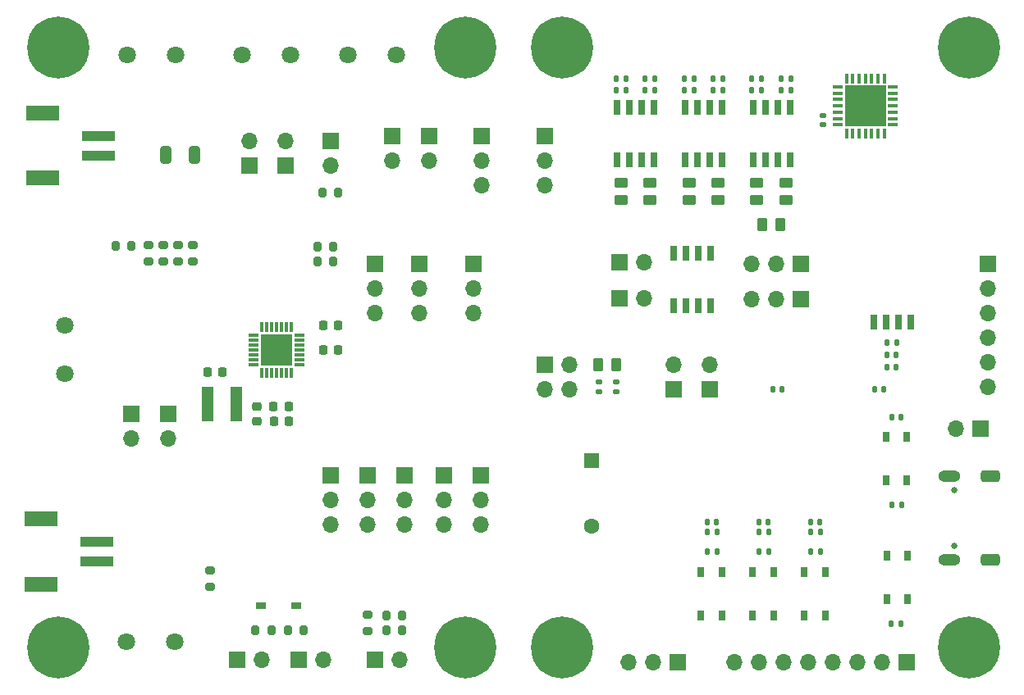
<source format=gts>
%TF.GenerationSoftware,KiCad,Pcbnew,7.0.10*%
%TF.CreationDate,2024-05-16T19:43:26+02:00*%
%TF.ProjectId,SolarEnergyManager_v1.0,536f6c61-7245-46e6-9572-67794d616e61,rev?*%
%TF.SameCoordinates,Original*%
%TF.FileFunction,Soldermask,Top*%
%TF.FilePolarity,Negative*%
%FSLAX46Y46*%
G04 Gerber Fmt 4.6, Leading zero omitted, Abs format (unit mm)*
G04 Created by KiCad (PCBNEW 7.0.10) date 2024-05-16 19:43:26*
%MOMM*%
%LPD*%
G01*
G04 APERTURE LIST*
G04 Aperture macros list*
%AMRoundRect*
0 Rectangle with rounded corners*
0 $1 Rounding radius*
0 $2 $3 $4 $5 $6 $7 $8 $9 X,Y pos of 4 corners*
0 Add a 4 corners polygon primitive as box body*
4,1,4,$2,$3,$4,$5,$6,$7,$8,$9,$2,$3,0*
0 Add four circle primitives for the rounded corners*
1,1,$1+$1,$2,$3*
1,1,$1+$1,$4,$5*
1,1,$1+$1,$6,$7*
1,1,$1+$1,$8,$9*
0 Add four rect primitives between the rounded corners*
20,1,$1+$1,$2,$3,$4,$5,0*
20,1,$1+$1,$4,$5,$6,$7,0*
20,1,$1+$1,$6,$7,$8,$9,0*
20,1,$1+$1,$8,$9,$2,$3,0*%
G04 Aperture macros list end*
%ADD10C,6.400000*%
%ADD11RoundRect,0.250000X0.262500X0.450000X-0.262500X0.450000X-0.262500X-0.450000X0.262500X-0.450000X0*%
%ADD12R,1.700000X1.700000*%
%ADD13O,1.700000X1.700000*%
%ADD14RoundRect,0.225000X-0.225000X-0.250000X0.225000X-0.250000X0.225000X0.250000X-0.225000X0.250000X0*%
%ADD15RoundRect,0.135000X-0.135000X-0.185000X0.135000X-0.185000X0.135000X0.185000X-0.135000X0.185000X0*%
%ADD16RoundRect,0.147500X-0.147500X-0.172500X0.147500X-0.172500X0.147500X0.172500X-0.147500X0.172500X0*%
%ADD17RoundRect,0.250000X-0.450000X0.262500X-0.450000X-0.262500X0.450000X-0.262500X0.450000X0.262500X0*%
%ADD18RoundRect,0.200000X0.200000X0.275000X-0.200000X0.275000X-0.200000X-0.275000X0.200000X-0.275000X0*%
%ADD19RoundRect,0.200000X0.275000X-0.200000X0.275000X0.200000X-0.275000X0.200000X-0.275000X-0.200000X0*%
%ADD20R,0.700000X1.525000*%
%ADD21RoundRect,0.200000X-0.200000X-0.275000X0.200000X-0.275000X0.200000X0.275000X-0.200000X0.275000X0*%
%ADD22RoundRect,0.250000X-0.262500X-0.450000X0.262500X-0.450000X0.262500X0.450000X-0.262500X0.450000X0*%
%ADD23RoundRect,0.147500X0.147500X0.172500X-0.147500X0.172500X-0.147500X-0.172500X0.147500X-0.172500X0*%
%ADD24RoundRect,0.135000X0.135000X0.185000X-0.135000X0.185000X-0.135000X-0.185000X0.135000X-0.185000X0*%
%ADD25RoundRect,0.218750X-0.218750X-0.256250X0.218750X-0.256250X0.218750X0.256250X-0.218750X0.256250X0*%
%ADD26R,1.050000X0.350000*%
%ADD27R,0.350000X1.050000*%
%ADD28R,4.200000X4.200000*%
%ADD29RoundRect,0.140000X-0.140000X-0.170000X0.140000X-0.170000X0.140000X0.170000X-0.140000X0.170000X0*%
%ADD30R,0.750000X1.000000*%
%ADD31R,0.300000X1.000000*%
%ADD32R,1.000000X0.300000*%
%ADD33R,3.250000X3.250000*%
%ADD34R,1.600000X1.600000*%
%ADD35C,1.600000*%
%ADD36RoundRect,0.225000X0.225000X0.250000X-0.225000X0.250000X-0.225000X-0.250000X0.225000X-0.250000X0*%
%ADD37RoundRect,0.250000X-0.325000X-0.650000X0.325000X-0.650000X0.325000X0.650000X-0.325000X0.650000X0*%
%ADD38R,0.700000X1.600000*%
%ADD39RoundRect,0.140000X0.140000X0.170000X-0.140000X0.170000X-0.140000X-0.170000X0.140000X-0.170000X0*%
%ADD40R,3.505200X0.990600*%
%ADD41R,3.403600X1.498600*%
%ADD42RoundRect,0.140000X-0.170000X0.140000X-0.170000X-0.140000X0.170000X-0.140000X0.170000X0.140000X0*%
%ADD43R,1.150000X3.600000*%
%ADD44RoundRect,0.135000X-0.185000X0.135000X-0.185000X-0.135000X0.185000X-0.135000X0.185000X0.135000X0*%
%ADD45C,1.803400*%
%ADD46R,1.050000X0.750000*%
%ADD47RoundRect,0.135000X0.185000X-0.135000X0.185000X0.135000X-0.185000X0.135000X-0.185000X-0.135000X0*%
%ADD48RoundRect,0.225000X-0.250000X0.225000X-0.250000X-0.225000X0.250000X-0.225000X0.250000X0.225000X0*%
%ADD49C,0.650000*%
%ADD50O,2.304000X1.204000*%
%ADD51RoundRect,0.301000X-0.701000X0.301000X-0.701000X-0.301000X0.701000X-0.301000X0.701000X0.301000X0*%
G04 APERTURE END LIST*
D10*
%TO.C,Ha1*%
X91000000Y-80000000D03*
%TD*%
D11*
%TO.C,RLS6*%
X165504500Y-98298000D03*
X163679500Y-98298000D03*
%TD*%
D12*
%TO.C,P_CFG1*%
X122936000Y-124221000D03*
D13*
X122936000Y-126761000D03*
X122936000Y-129301000D03*
%TD*%
D14*
%TO.C,CHV1*%
X118351000Y-108712000D03*
X119901000Y-108712000D03*
%TD*%
D15*
%TO.C,R621*%
X155612000Y-83200000D03*
X156632000Y-83200000D03*
%TD*%
D16*
%TO.C,USB_LED1*%
X175283000Y-115316000D03*
X176253000Y-115316000D03*
%TD*%
D17*
%TO.C,RLS2*%
X156122000Y-93987500D03*
X156122000Y-95812500D03*
%TD*%
D18*
%TO.C,R7*%
X126555000Y-140208000D03*
X124905000Y-140208000D03*
%TD*%
D19*
%TO.C,R26*%
X122936000Y-140271000D03*
X122936000Y-138621000D03*
%TD*%
D12*
%TO.C,J_RST2*%
X115824000Y-143256000D03*
D13*
X118364000Y-143256000D03*
%TD*%
D12*
%TO.C,P_ENHV1*%
X128270000Y-102377000D03*
D13*
X128270000Y-104917000D03*
X128270000Y-107457000D03*
%TD*%
D20*
%TO.C,Q606*%
X166527000Y-86188000D03*
X165257000Y-86188000D03*
X163987000Y-86188000D03*
X162717000Y-86188000D03*
X162717000Y-91612000D03*
X163987000Y-91612000D03*
X165257000Y-91612000D03*
X166527000Y-91612000D03*
%TD*%
D12*
%TO.C,J_RST1*%
X109474000Y-143256000D03*
D13*
X112014000Y-143256000D03*
%TD*%
D12*
%TO.C,J201*%
X154940000Y-143510000D03*
D13*
X152400000Y-143510000D03*
X149860000Y-143510000D03*
%TD*%
D21*
%TO.C,R5*%
X117793000Y-102108000D03*
X119443000Y-102108000D03*
%TD*%
D22*
%TO.C,RsA3*%
X146788500Y-112776000D03*
X148613500Y-112776000D03*
%TD*%
D23*
%TO.C,D201*%
X158981000Y-129032000D03*
X158011000Y-129032000D03*
%TD*%
D15*
%TO.C,R620*%
X151612000Y-83200000D03*
X152632000Y-83200000D03*
%TD*%
D12*
%TO.C,SC_T_1*%
X141224000Y-112776000D03*
D13*
X143764000Y-112776000D03*
X141224000Y-115316000D03*
X143764000Y-115316000D03*
%TD*%
D24*
%TO.C,R401*%
X177548000Y-110490000D03*
X176528000Y-110490000D03*
%TD*%
D12*
%TO.C,PrbV3*%
X158242000Y-115311000D03*
D13*
X158242000Y-112771000D03*
%TD*%
D15*
%TO.C,R616*%
X158612000Y-84400000D03*
X159632000Y-84400000D03*
%TD*%
D17*
%TO.C,RLS5*%
X166122000Y-93987500D03*
X166122000Y-95812500D03*
%TD*%
D25*
%TO.C,LBUCK1*%
X113258500Y-117094000D03*
X114833500Y-117094000D03*
%TD*%
D17*
%TO.C,RLS3*%
X159122000Y-93987500D03*
X159122000Y-95812500D03*
%TD*%
D24*
%TO.C,R212*%
X169674000Y-132080000D03*
X168654000Y-132080000D03*
%TD*%
D26*
%TO.C,IC403*%
X171476000Y-84100000D03*
X171476000Y-84750000D03*
X171476000Y-85400000D03*
X171476000Y-86050000D03*
X171476000Y-86700000D03*
X171476000Y-87350000D03*
X171476000Y-88000000D03*
D27*
X172376000Y-88900000D03*
X173026000Y-88900000D03*
X173676000Y-88900000D03*
X174326000Y-88900000D03*
X174976000Y-88900000D03*
X175626000Y-88900000D03*
X176276000Y-88900000D03*
D26*
X177176000Y-88000000D03*
X177176000Y-87350000D03*
X177176000Y-86700000D03*
X177176000Y-86050000D03*
X177176000Y-85400000D03*
X177176000Y-84750000D03*
X177176000Y-84100000D03*
D27*
X176276000Y-83200000D03*
X175626000Y-83200000D03*
X174976000Y-83200000D03*
X174326000Y-83200000D03*
X173676000Y-83200000D03*
X173026000Y-83200000D03*
X172376000Y-83200000D03*
D28*
X174326000Y-86050000D03*
%TD*%
D12*
%TO.C,PrbA3*%
X154559000Y-115316000D03*
D13*
X154559000Y-112776000D03*
%TD*%
D29*
%TO.C,C213*%
X177066000Y-118237000D03*
X178026000Y-118237000D03*
%TD*%
D10*
%TO.C,H3*%
X185000000Y-142000000D03*
%TD*%
D30*
%TO.C,S205*%
X170180000Y-138684000D03*
X170180000Y-134184000D03*
X168030000Y-134184000D03*
X168030000Y-138684000D03*
%TD*%
D12*
%TO.C,PrbV2*%
X114503200Y-92202000D03*
D13*
X114503200Y-89662000D03*
%TD*%
D17*
%TO.C,RLS4*%
X163122000Y-93987500D03*
X163122000Y-95812500D03*
%TD*%
D24*
%TO.C,R210*%
X159006000Y-132080000D03*
X157986000Y-132080000D03*
%TD*%
D31*
%TO.C,IC1*%
X112042000Y-113610000D03*
X112542000Y-113610000D03*
X113042000Y-113610000D03*
X113542000Y-113610000D03*
X114042000Y-113610000D03*
X114542000Y-113610000D03*
X115042000Y-113610000D03*
D32*
X115892000Y-112760000D03*
X115892000Y-112260000D03*
X115892000Y-111760000D03*
X115892000Y-111260000D03*
X115892000Y-110760000D03*
X115892000Y-110260000D03*
X115892000Y-109760000D03*
D31*
X115042000Y-108910000D03*
X114542000Y-108910000D03*
X114042000Y-108910000D03*
X113542000Y-108910000D03*
X113042000Y-108910000D03*
X112542000Y-108910000D03*
X112042000Y-108910000D03*
D32*
X111192000Y-109760000D03*
X111192000Y-110260000D03*
X111192000Y-110760000D03*
X111192000Y-111260000D03*
X111192000Y-111760000D03*
X111192000Y-112260000D03*
X111192000Y-112760000D03*
D33*
X113542000Y-111260000D03*
%TD*%
D12*
%TO.C,P_CFG0*%
X126746000Y-124221000D03*
D13*
X126746000Y-126761000D03*
X126746000Y-129301000D03*
%TD*%
D34*
%TO.C,SC1*%
X146045000Y-122682000D03*
D35*
X146045000Y-129482000D03*
%TD*%
D14*
%TO.C,CLV1*%
X118351000Y-111252000D03*
X119901000Y-111252000D03*
%TD*%
D15*
%TO.C,R205*%
X163320000Y-130048000D03*
X164340000Y-130048000D03*
%TD*%
D12*
%TO.C,P_ENLV1*%
X123698000Y-102362000D03*
D13*
X123698000Y-104902000D03*
X123698000Y-107442000D03*
%TD*%
D36*
%TO.C,CSRC1*%
X107967000Y-113546000D03*
X106417000Y-113546000D03*
%TD*%
D23*
%TO.C,VReg_LED1*%
X165712000Y-115316000D03*
X164742000Y-115316000D03*
%TD*%
D30*
%TO.C,S201*%
X178621000Y-124714000D03*
X178621000Y-120214000D03*
X176471000Y-120214000D03*
X176471000Y-124714000D03*
%TD*%
D15*
%TO.C,R204*%
X157986000Y-130048000D03*
X159006000Y-130048000D03*
%TD*%
%TO.C,R617*%
X162612000Y-84400000D03*
X163632000Y-84400000D03*
%TD*%
D12*
%TO.C,PrbA2*%
X110744000Y-92202000D03*
D13*
X110744000Y-89662000D03*
%TD*%
D20*
%TO.C,Q6S12*%
X158369000Y-101301000D03*
X157099000Y-101301000D03*
X155829000Y-101301000D03*
X154559000Y-101301000D03*
X154559000Y-106725000D03*
X155829000Y-106725000D03*
X157099000Y-106725000D03*
X158369000Y-106725000D03*
%TD*%
D37*
%TO.C,CBATT1*%
X102106200Y-91135200D03*
X105056200Y-91135200D03*
%TD*%
D18*
%TO.C,R8*%
X126555000Y-138684000D03*
X124905000Y-138684000D03*
%TD*%
D38*
%TO.C,IC401*%
X175208000Y-108384000D03*
X176478000Y-108384000D03*
X177748000Y-108384000D03*
X179018000Y-108384000D03*
%TD*%
D39*
%TO.C,C402*%
X177518000Y-113030000D03*
X176558000Y-113030000D03*
%TD*%
D23*
%TO.C,D203*%
X169649000Y-129032000D03*
X168679000Y-129032000D03*
%TD*%
D40*
%TO.C,J_BATT1*%
X95157300Y-89169999D03*
X95157300Y-91170001D03*
D41*
X89407299Y-86819999D03*
X89407299Y-93520001D03*
%TD*%
D12*
%TO.C,USB_SRC1*%
X186182000Y-119380000D03*
D13*
X183642000Y-119380000D03*
%TD*%
D10*
%TO.C,Ha2*%
X133000000Y-80000000D03*
%TD*%
D15*
%TO.C,R614*%
X151612000Y-84400000D03*
X152632000Y-84400000D03*
%TD*%
D42*
%TO.C,C404*%
X169926000Y-87023000D03*
X169926000Y-87983000D03*
%TD*%
D15*
%TO.C,R206*%
X168654000Y-130048000D03*
X169674000Y-130048000D03*
%TD*%
D43*
%TO.C,LBOOST1*%
X109429000Y-116848000D03*
X106479000Y-116848000D03*
%TD*%
D12*
%TO.C,VRegT2*%
X167640000Y-106045000D03*
D13*
X165100000Y-106045000D03*
X162560000Y-106045000D03*
%TD*%
D12*
%TO.C,P30*%
X119126000Y-89662000D03*
D13*
X119126000Y-92202000D03*
%TD*%
D40*
%TO.C,J_PRIM1*%
X94996000Y-131095998D03*
X94996000Y-133096000D03*
D41*
X89245999Y-128745998D03*
X89245999Y-135446000D03*
%TD*%
D12*
%TO.C,PrbA1*%
X102362000Y-117861000D03*
D13*
X102362000Y-120401000D03*
%TD*%
D19*
%TO.C,R29*%
X106680000Y-135699000D03*
X106680000Y-134049000D03*
%TD*%
D36*
%TO.C,CBUCK1*%
X114821000Y-118618000D03*
X113271000Y-118618000D03*
%TD*%
D21*
%TO.C,R25*%
X96965000Y-100521000D03*
X98615000Y-100521000D03*
%TD*%
D44*
%TO.C,RVd3*%
X146812000Y-114552000D03*
X146812000Y-115572000D03*
%TD*%
D45*
%TO.C,J_SRC1*%
X91737299Y-108752000D03*
X91737299Y-113752000D03*
%TD*%
D15*
%TO.C,R618*%
X165612000Y-84400000D03*
X166632000Y-84400000D03*
%TD*%
D19*
%TO.C,R4*%
X100330000Y-102108000D03*
X100330000Y-100458000D03*
%TD*%
D15*
%TO.C,R624*%
X165612000Y-83200000D03*
X166632000Y-83200000D03*
%TD*%
D45*
%TO.C,J_SC1*%
X125944000Y-80815299D03*
X120944000Y-80815299D03*
%TD*%
D19*
%TO.C,R3*%
X101854000Y-102108000D03*
X101854000Y-100458000D03*
%TD*%
D12*
%TO.C,P_CFG2*%
X119126000Y-124221000D03*
D13*
X119126000Y-126761000D03*
X119126000Y-129301000D03*
%TD*%
D24*
%TO.C,R211*%
X164340000Y-132080000D03*
X163320000Y-132080000D03*
%TD*%
D15*
%TO.C,R622*%
X158612000Y-83200000D03*
X159632000Y-83200000D03*
%TD*%
D12*
%TO.C,PrbV1*%
X98552000Y-117856000D03*
D13*
X98552000Y-120396000D03*
%TD*%
D15*
%TO.C,R615*%
X155612000Y-84400000D03*
X156632000Y-84400000D03*
%TD*%
D12*
%TO.C,J203*%
X178547000Y-143535000D03*
D13*
X176007000Y-143535000D03*
X173467000Y-143535000D03*
X170927000Y-143535000D03*
X168387000Y-143535000D03*
X165847000Y-143535000D03*
X163307000Y-143535000D03*
X160767000Y-143535000D03*
%TD*%
D30*
%TO.C,S204*%
X164846000Y-138684000D03*
X164846000Y-134184000D03*
X162696000Y-134184000D03*
X162696000Y-138684000D03*
%TD*%
D17*
%TO.C,RLS1*%
X152122000Y-93987500D03*
X152122000Y-95812500D03*
%TD*%
D24*
%TO.C,R207*%
X178056000Y-127254000D03*
X177036000Y-127254000D03*
%TD*%
D15*
%TO.C,R619*%
X148612000Y-83200000D03*
X149632000Y-83200000D03*
%TD*%
D10*
%TO.C,H1*%
X143000000Y-80000000D03*
%TD*%
D46*
%TO.C,D1*%
X111992000Y-137668000D03*
X115592000Y-137668000D03*
%TD*%
D12*
%TO.C,VRegT1*%
X167625000Y-102362000D03*
D13*
X165085000Y-102362000D03*
X162545000Y-102362000D03*
%TD*%
D10*
%TO.C,Ha3*%
X133000000Y-142000000D03*
%TD*%
D15*
%TO.C,R613*%
X148612000Y-84400000D03*
X149632000Y-84400000D03*
%TD*%
D47*
%TO.C,RsV3*%
X148590000Y-115572000D03*
X148590000Y-114552000D03*
%TD*%
D23*
%TO.C,D202*%
X164315000Y-129032000D03*
X163345000Y-129032000D03*
%TD*%
D39*
%TO.C,C401*%
X177518000Y-111760000D03*
X176558000Y-111760000D03*
%TD*%
D12*
%TO.C,J202*%
X186944000Y-102362000D03*
D13*
X186944000Y-104902000D03*
X186944000Y-107442000D03*
X186944000Y-109982000D03*
X186944000Y-112522000D03*
X186944000Y-115062000D03*
%TD*%
D12*
%TO.C,C_Load1*%
X148971000Y-105918000D03*
D13*
X151511000Y-105918000D03*
%TD*%
D12*
%TO.C,J_AEM_OUT1*%
X134747000Y-89154000D03*
D13*
X134747000Y-91694000D03*
X134747000Y-94234000D03*
%TD*%
D12*
%TO.C,LDO1*%
X133858000Y-102362000D03*
D13*
X133858000Y-104902000D03*
X133858000Y-107442000D03*
%TD*%
D12*
%TO.C,J_AEM_OUT2*%
X141224000Y-89154000D03*
D13*
X141224000Y-91694000D03*
X141224000Y-94234000D03*
%TD*%
D12*
%TO.C,P_SELMPP1*%
X130810000Y-124236000D03*
D13*
X130810000Y-126776000D03*
X130810000Y-129316000D03*
%TD*%
D12*
%TO.C,P_SELMPP0*%
X134620000Y-124236000D03*
D13*
X134620000Y-126776000D03*
X134620000Y-129316000D03*
%TD*%
D30*
%TO.C,S202*%
X178680000Y-137026000D03*
X178680000Y-132526000D03*
X176530000Y-132526000D03*
X176530000Y-137026000D03*
%TD*%
D12*
%TO.C,PrbA_AEM1*%
X125476000Y-89149000D03*
D13*
X125476000Y-91689000D03*
%TD*%
D45*
%TO.C,J_PRIM2*%
X98084000Y-141434701D03*
X103084000Y-141434701D03*
%TD*%
D19*
%TO.C,R2*%
X103378000Y-102108000D03*
X103378000Y-100458000D03*
%TD*%
D48*
%TO.C,CBOOST1*%
X111506000Y-117081000D03*
X111506000Y-118631000D03*
%TD*%
D12*
%TO.C,PrbV_AEM1*%
X129286000Y-89149000D03*
D13*
X129286000Y-91689000D03*
%TD*%
D21*
%TO.C,R28*%
X111380000Y-140208000D03*
X113030000Y-140208000D03*
%TD*%
D12*
%TO.C,R_Load1*%
X148971000Y-102235000D03*
D13*
X151511000Y-102235000D03*
%TD*%
D18*
%TO.C,R30*%
X119951000Y-94996000D03*
X118301000Y-94996000D03*
%TD*%
D12*
%TO.C,P26*%
X123698000Y-143256000D03*
D13*
X126238000Y-143256000D03*
%TD*%
D21*
%TO.C,R6*%
X117793000Y-100584000D03*
X119443000Y-100584000D03*
%TD*%
D45*
%TO.C,J_SC2*%
X115022000Y-80815299D03*
X110022000Y-80815299D03*
%TD*%
D30*
%TO.C,S203*%
X159512000Y-138684000D03*
X159512000Y-134184000D03*
X157362000Y-134184000D03*
X157362000Y-138684000D03*
%TD*%
D10*
%TO.C,H4*%
X143000000Y-142000000D03*
%TD*%
D21*
%TO.C,R27*%
X114745000Y-140208000D03*
X116395000Y-140208000D03*
%TD*%
D19*
%TO.C,R1*%
X104902000Y-102108000D03*
X104902000Y-100458000D03*
%TD*%
D20*
%TO.C,Q604*%
X152527000Y-86188000D03*
X151257000Y-86188000D03*
X149987000Y-86188000D03*
X148717000Y-86188000D03*
X148717000Y-91612000D03*
X149987000Y-91612000D03*
X151257000Y-91612000D03*
X152527000Y-91612000D03*
%TD*%
D45*
%TO.C,J_BATT2*%
X103124000Y-80815299D03*
X98124000Y-80815299D03*
%TD*%
D15*
%TO.C,R623*%
X162612000Y-83200000D03*
X163632000Y-83200000D03*
%TD*%
D17*
%TO.C,RLS0*%
X149122000Y-93987500D03*
X149122000Y-95812500D03*
%TD*%
D20*
%TO.C,Q605*%
X159527000Y-86188000D03*
X158257000Y-86188000D03*
X156987000Y-86188000D03*
X155717000Y-86188000D03*
X155717000Y-91612000D03*
X156987000Y-91612000D03*
X158257000Y-91612000D03*
X159527000Y-91612000D03*
%TD*%
D10*
%TO.C,H2*%
X185000000Y-80000000D03*
%TD*%
%TO.C,Ha4*%
X91000000Y-142000000D03*
%TD*%
D15*
%TO.C,R208*%
X176968000Y-139573000D03*
X177988000Y-139573000D03*
%TD*%
D49*
%TO.C,J501*%
X183518000Y-125734500D03*
X183518000Y-131514500D03*
D50*
X183018000Y-124304500D03*
X183018000Y-132944500D03*
D51*
X187198000Y-124304500D03*
X187198000Y-132944500D03*
%TD*%
M02*

</source>
